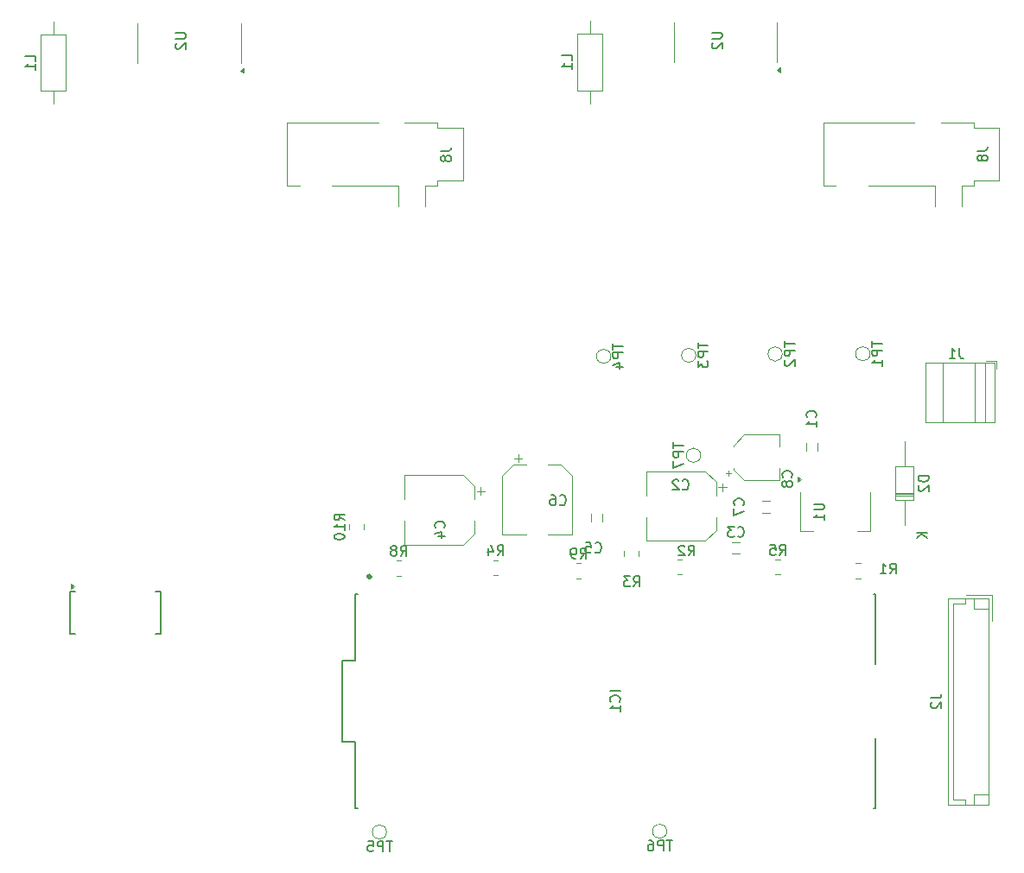
<source format=gbr>
%TF.GenerationSoftware,KiCad,Pcbnew,8.0.4*%
%TF.CreationDate,2025-05-03T00:51:18+05:30*%
%TF.ProjectId,TEST PNAL,54455354-2050-44e4-914c-2e6b69636164,rev?*%
%TF.SameCoordinates,Original*%
%TF.FileFunction,Legend,Bot*%
%TF.FilePolarity,Positive*%
%FSLAX46Y46*%
G04 Gerber Fmt 4.6, Leading zero omitted, Abs format (unit mm)*
G04 Created by KiCad (PCBNEW 8.0.4) date 2025-05-03 00:51:18*
%MOMM*%
%LPD*%
G01*
G04 APERTURE LIST*
%ADD10C,0.150000*%
%ADD11C,0.120000*%
%ADD12C,0.127000*%
%ADD13C,0.300000*%
G04 APERTURE END LIST*
D10*
X141658169Y-79790016D02*
X142372454Y-79790016D01*
X142372454Y-79790016D02*
X142515311Y-79742397D01*
X142515311Y-79742397D02*
X142610550Y-79647159D01*
X142610550Y-79647159D02*
X142658169Y-79504302D01*
X142658169Y-79504302D02*
X142658169Y-79409064D01*
X142086740Y-80409064D02*
X142039121Y-80313826D01*
X142039121Y-80313826D02*
X141991502Y-80266207D01*
X141991502Y-80266207D02*
X141896264Y-80218588D01*
X141896264Y-80218588D02*
X141848645Y-80218588D01*
X141848645Y-80218588D02*
X141753407Y-80266207D01*
X141753407Y-80266207D02*
X141705788Y-80313826D01*
X141705788Y-80313826D02*
X141658169Y-80409064D01*
X141658169Y-80409064D02*
X141658169Y-80599540D01*
X141658169Y-80599540D02*
X141705788Y-80694778D01*
X141705788Y-80694778D02*
X141753407Y-80742397D01*
X141753407Y-80742397D02*
X141848645Y-80790016D01*
X141848645Y-80790016D02*
X141896264Y-80790016D01*
X141896264Y-80790016D02*
X141991502Y-80742397D01*
X141991502Y-80742397D02*
X142039121Y-80694778D01*
X142039121Y-80694778D02*
X142086740Y-80599540D01*
X142086740Y-80599540D02*
X142086740Y-80409064D01*
X142086740Y-80409064D02*
X142134359Y-80313826D01*
X142134359Y-80313826D02*
X142181978Y-80266207D01*
X142181978Y-80266207D02*
X142277216Y-80218588D01*
X142277216Y-80218588D02*
X142467692Y-80218588D01*
X142467692Y-80218588D02*
X142562930Y-80266207D01*
X142562930Y-80266207D02*
X142610550Y-80313826D01*
X142610550Y-80313826D02*
X142658169Y-80409064D01*
X142658169Y-80409064D02*
X142658169Y-80599540D01*
X142658169Y-80599540D02*
X142610550Y-80694778D01*
X142610550Y-80694778D02*
X142562930Y-80742397D01*
X142562930Y-80742397D02*
X142467692Y-80790016D01*
X142467692Y-80790016D02*
X142277216Y-80790016D01*
X142277216Y-80790016D02*
X142181978Y-80742397D01*
X142181978Y-80742397D02*
X142134359Y-80694778D01*
X142134359Y-80694778D02*
X142086740Y-80599540D01*
X115639819Y-68208095D02*
X116449342Y-68208095D01*
X116449342Y-68208095D02*
X116544580Y-68255714D01*
X116544580Y-68255714D02*
X116592200Y-68303333D01*
X116592200Y-68303333D02*
X116639819Y-68398571D01*
X116639819Y-68398571D02*
X116639819Y-68589047D01*
X116639819Y-68589047D02*
X116592200Y-68684285D01*
X116592200Y-68684285D02*
X116544580Y-68731904D01*
X116544580Y-68731904D02*
X116449342Y-68779523D01*
X116449342Y-68779523D02*
X115639819Y-68779523D01*
X115735057Y-69208095D02*
X115687438Y-69255714D01*
X115687438Y-69255714D02*
X115639819Y-69350952D01*
X115639819Y-69350952D02*
X115639819Y-69589047D01*
X115639819Y-69589047D02*
X115687438Y-69684285D01*
X115687438Y-69684285D02*
X115735057Y-69731904D01*
X115735057Y-69731904D02*
X115830295Y-69779523D01*
X115830295Y-69779523D02*
X115925533Y-69779523D01*
X115925533Y-69779523D02*
X116068390Y-69731904D01*
X116068390Y-69731904D02*
X116639819Y-69160476D01*
X116639819Y-69160476D02*
X116639819Y-69779523D01*
X101919819Y-70943333D02*
X101919819Y-70467143D01*
X101919819Y-70467143D02*
X100919819Y-70467143D01*
X101919819Y-71800476D02*
X101919819Y-71229048D01*
X101919819Y-71514762D02*
X100919819Y-71514762D01*
X100919819Y-71514762D02*
X101062676Y-71419524D01*
X101062676Y-71419524D02*
X101157914Y-71324286D01*
X101157914Y-71324286D02*
X101205533Y-71229048D01*
X111786904Y-147412819D02*
X111215476Y-147412819D01*
X111501190Y-148412819D02*
X111501190Y-147412819D01*
X110882142Y-148412819D02*
X110882142Y-147412819D01*
X110882142Y-147412819D02*
X110501190Y-147412819D01*
X110501190Y-147412819D02*
X110405952Y-147460438D01*
X110405952Y-147460438D02*
X110358333Y-147508057D01*
X110358333Y-147508057D02*
X110310714Y-147603295D01*
X110310714Y-147603295D02*
X110310714Y-147746152D01*
X110310714Y-147746152D02*
X110358333Y-147841390D01*
X110358333Y-147841390D02*
X110405952Y-147889009D01*
X110405952Y-147889009D02*
X110501190Y-147936628D01*
X110501190Y-147936628D02*
X110882142Y-147936628D01*
X109453571Y-147412819D02*
X109644047Y-147412819D01*
X109644047Y-147412819D02*
X109739285Y-147460438D01*
X109739285Y-147460438D02*
X109786904Y-147508057D01*
X109786904Y-147508057D02*
X109882142Y-147650914D01*
X109882142Y-147650914D02*
X109929761Y-147841390D01*
X109929761Y-147841390D02*
X109929761Y-148222342D01*
X109929761Y-148222342D02*
X109882142Y-148317580D01*
X109882142Y-148317580D02*
X109834523Y-148365200D01*
X109834523Y-148365200D02*
X109739285Y-148412819D01*
X109739285Y-148412819D02*
X109548809Y-148412819D01*
X109548809Y-148412819D02*
X109453571Y-148365200D01*
X109453571Y-148365200D02*
X109405952Y-148317580D01*
X109405952Y-148317580D02*
X109358333Y-148222342D01*
X109358333Y-148222342D02*
X109358333Y-147984247D01*
X109358333Y-147984247D02*
X109405952Y-147889009D01*
X109405952Y-147889009D02*
X109453571Y-147841390D01*
X109453571Y-147841390D02*
X109548809Y-147793771D01*
X109548809Y-147793771D02*
X109739285Y-147793771D01*
X109739285Y-147793771D02*
X109834523Y-147841390D01*
X109834523Y-147841390D02*
X109882142Y-147889009D01*
X109882142Y-147889009D02*
X109929761Y-147984247D01*
X100739066Y-114451180D02*
X100786685Y-114498800D01*
X100786685Y-114498800D02*
X100929542Y-114546419D01*
X100929542Y-114546419D02*
X101024780Y-114546419D01*
X101024780Y-114546419D02*
X101167637Y-114498800D01*
X101167637Y-114498800D02*
X101262875Y-114403561D01*
X101262875Y-114403561D02*
X101310494Y-114308323D01*
X101310494Y-114308323D02*
X101358113Y-114117847D01*
X101358113Y-114117847D02*
X101358113Y-113974990D01*
X101358113Y-113974990D02*
X101310494Y-113784514D01*
X101310494Y-113784514D02*
X101262875Y-113689276D01*
X101262875Y-113689276D02*
X101167637Y-113594038D01*
X101167637Y-113594038D02*
X101024780Y-113546419D01*
X101024780Y-113546419D02*
X100929542Y-113546419D01*
X100929542Y-113546419D02*
X100786685Y-113594038D01*
X100786685Y-113594038D02*
X100739066Y-113641657D01*
X99881923Y-113546419D02*
X100072399Y-113546419D01*
X100072399Y-113546419D02*
X100167637Y-113594038D01*
X100167637Y-113594038D02*
X100215256Y-113641657D01*
X100215256Y-113641657D02*
X100310494Y-113784514D01*
X100310494Y-113784514D02*
X100358113Y-113974990D01*
X100358113Y-113974990D02*
X100358113Y-114355942D01*
X100358113Y-114355942D02*
X100310494Y-114451180D01*
X100310494Y-114451180D02*
X100262875Y-114498800D01*
X100262875Y-114498800D02*
X100167637Y-114546419D01*
X100167637Y-114546419D02*
X99977161Y-114546419D01*
X99977161Y-114546419D02*
X99881923Y-114498800D01*
X99881923Y-114498800D02*
X99834304Y-114451180D01*
X99834304Y-114451180D02*
X99786685Y-114355942D01*
X99786685Y-114355942D02*
X99786685Y-114117847D01*
X99786685Y-114117847D02*
X99834304Y-114022609D01*
X99834304Y-114022609D02*
X99881923Y-113974990D01*
X99881923Y-113974990D02*
X99977161Y-113927371D01*
X99977161Y-113927371D02*
X100167637Y-113927371D01*
X100167637Y-113927371D02*
X100262875Y-113974990D01*
X100262875Y-113974990D02*
X100310494Y-114022609D01*
X100310494Y-114022609D02*
X100358113Y-114117847D01*
X118161666Y-117559580D02*
X118209285Y-117607200D01*
X118209285Y-117607200D02*
X118352142Y-117654819D01*
X118352142Y-117654819D02*
X118447380Y-117654819D01*
X118447380Y-117654819D02*
X118590237Y-117607200D01*
X118590237Y-117607200D02*
X118685475Y-117511961D01*
X118685475Y-117511961D02*
X118733094Y-117416723D01*
X118733094Y-117416723D02*
X118780713Y-117226247D01*
X118780713Y-117226247D02*
X118780713Y-117083390D01*
X118780713Y-117083390D02*
X118733094Y-116892914D01*
X118733094Y-116892914D02*
X118685475Y-116797676D01*
X118685475Y-116797676D02*
X118590237Y-116702438D01*
X118590237Y-116702438D02*
X118447380Y-116654819D01*
X118447380Y-116654819D02*
X118352142Y-116654819D01*
X118352142Y-116654819D02*
X118209285Y-116702438D01*
X118209285Y-116702438D02*
X118161666Y-116750057D01*
X117828332Y-116654819D02*
X117209285Y-116654819D01*
X117209285Y-116654819D02*
X117542618Y-117035771D01*
X117542618Y-117035771D02*
X117399761Y-117035771D01*
X117399761Y-117035771D02*
X117304523Y-117083390D01*
X117304523Y-117083390D02*
X117256904Y-117131009D01*
X117256904Y-117131009D02*
X117209285Y-117226247D01*
X117209285Y-117226247D02*
X117209285Y-117464342D01*
X117209285Y-117464342D02*
X117256904Y-117559580D01*
X117256904Y-117559580D02*
X117304523Y-117607200D01*
X117304523Y-117607200D02*
X117399761Y-117654819D01*
X117399761Y-117654819D02*
X117685475Y-117654819D01*
X117685475Y-117654819D02*
X117780713Y-117607200D01*
X117780713Y-117607200D02*
X117828332Y-117559580D01*
X125814580Y-105915833D02*
X125862200Y-105868214D01*
X125862200Y-105868214D02*
X125909819Y-105725357D01*
X125909819Y-105725357D02*
X125909819Y-105630119D01*
X125909819Y-105630119D02*
X125862200Y-105487262D01*
X125862200Y-105487262D02*
X125766961Y-105392024D01*
X125766961Y-105392024D02*
X125671723Y-105344405D01*
X125671723Y-105344405D02*
X125481247Y-105296786D01*
X125481247Y-105296786D02*
X125338390Y-105296786D01*
X125338390Y-105296786D02*
X125147914Y-105344405D01*
X125147914Y-105344405D02*
X125052676Y-105392024D01*
X125052676Y-105392024D02*
X124957438Y-105487262D01*
X124957438Y-105487262D02*
X124909819Y-105630119D01*
X124909819Y-105630119D02*
X124909819Y-105725357D01*
X124909819Y-105725357D02*
X124957438Y-105868214D01*
X124957438Y-105868214D02*
X125005057Y-105915833D01*
X125909819Y-106868214D02*
X125909819Y-106296786D01*
X125909819Y-106582500D02*
X124909819Y-106582500D01*
X124909819Y-106582500D02*
X125052676Y-106487262D01*
X125052676Y-106487262D02*
X125147914Y-106392024D01*
X125147914Y-106392024D02*
X125195533Y-106296786D01*
X122271666Y-119424819D02*
X122604999Y-118948628D01*
X122843094Y-119424819D02*
X122843094Y-118424819D01*
X122843094Y-118424819D02*
X122462142Y-118424819D01*
X122462142Y-118424819D02*
X122366904Y-118472438D01*
X122366904Y-118472438D02*
X122319285Y-118520057D01*
X122319285Y-118520057D02*
X122271666Y-118615295D01*
X122271666Y-118615295D02*
X122271666Y-118758152D01*
X122271666Y-118758152D02*
X122319285Y-118853390D01*
X122319285Y-118853390D02*
X122366904Y-118901009D01*
X122366904Y-118901009D02*
X122462142Y-118948628D01*
X122462142Y-118948628D02*
X122843094Y-118948628D01*
X121366904Y-118424819D02*
X121843094Y-118424819D01*
X121843094Y-118424819D02*
X121890713Y-118901009D01*
X121890713Y-118901009D02*
X121843094Y-118853390D01*
X121843094Y-118853390D02*
X121747856Y-118805771D01*
X121747856Y-118805771D02*
X121509761Y-118805771D01*
X121509761Y-118805771D02*
X121414523Y-118853390D01*
X121414523Y-118853390D02*
X121366904Y-118901009D01*
X121366904Y-118901009D02*
X121319285Y-118996247D01*
X121319285Y-118996247D02*
X121319285Y-119234342D01*
X121319285Y-119234342D02*
X121366904Y-119329580D01*
X121366904Y-119329580D02*
X121414523Y-119377200D01*
X121414523Y-119377200D02*
X121509761Y-119424819D01*
X121509761Y-119424819D02*
X121747856Y-119424819D01*
X121747856Y-119424819D02*
X121843094Y-119377200D01*
X121843094Y-119377200D02*
X121890713Y-119329580D01*
X122747819Y-98458095D02*
X122747819Y-99029523D01*
X123747819Y-98743809D02*
X122747819Y-98743809D01*
X123747819Y-99362857D02*
X122747819Y-99362857D01*
X122747819Y-99362857D02*
X122747819Y-99743809D01*
X122747819Y-99743809D02*
X122795438Y-99839047D01*
X122795438Y-99839047D02*
X122843057Y-99886666D01*
X122843057Y-99886666D02*
X122938295Y-99934285D01*
X122938295Y-99934285D02*
X123081152Y-99934285D01*
X123081152Y-99934285D02*
X123176390Y-99886666D01*
X123176390Y-99886666D02*
X123224009Y-99839047D01*
X123224009Y-99839047D02*
X123271628Y-99743809D01*
X123271628Y-99743809D02*
X123271628Y-99362857D01*
X122843057Y-100315238D02*
X122795438Y-100362857D01*
X122795438Y-100362857D02*
X122747819Y-100458095D01*
X122747819Y-100458095D02*
X122747819Y-100696190D01*
X122747819Y-100696190D02*
X122795438Y-100791428D01*
X122795438Y-100791428D02*
X122843057Y-100839047D01*
X122843057Y-100839047D02*
X122938295Y-100886666D01*
X122938295Y-100886666D02*
X123033533Y-100886666D01*
X123033533Y-100886666D02*
X123176390Y-100839047D01*
X123176390Y-100839047D02*
X123747819Y-100267619D01*
X123747819Y-100267619D02*
X123747819Y-100886666D01*
X118705880Y-114519333D02*
X118753500Y-114471714D01*
X118753500Y-114471714D02*
X118801119Y-114328857D01*
X118801119Y-114328857D02*
X118801119Y-114233619D01*
X118801119Y-114233619D02*
X118753500Y-114090762D01*
X118753500Y-114090762D02*
X118658261Y-113995524D01*
X118658261Y-113995524D02*
X118563023Y-113947905D01*
X118563023Y-113947905D02*
X118372547Y-113900286D01*
X118372547Y-113900286D02*
X118229690Y-113900286D01*
X118229690Y-113900286D02*
X118039214Y-113947905D01*
X118039214Y-113947905D02*
X117943976Y-113995524D01*
X117943976Y-113995524D02*
X117848738Y-114090762D01*
X117848738Y-114090762D02*
X117801119Y-114233619D01*
X117801119Y-114233619D02*
X117801119Y-114328857D01*
X117801119Y-114328857D02*
X117848738Y-114471714D01*
X117848738Y-114471714D02*
X117896357Y-114519333D01*
X117801119Y-114852667D02*
X117801119Y-115519333D01*
X117801119Y-115519333D02*
X118801119Y-115090762D01*
X131337819Y-98438095D02*
X131337819Y-99009523D01*
X132337819Y-98723809D02*
X131337819Y-98723809D01*
X132337819Y-99342857D02*
X131337819Y-99342857D01*
X131337819Y-99342857D02*
X131337819Y-99723809D01*
X131337819Y-99723809D02*
X131385438Y-99819047D01*
X131385438Y-99819047D02*
X131433057Y-99866666D01*
X131433057Y-99866666D02*
X131528295Y-99914285D01*
X131528295Y-99914285D02*
X131671152Y-99914285D01*
X131671152Y-99914285D02*
X131766390Y-99866666D01*
X131766390Y-99866666D02*
X131814009Y-99819047D01*
X131814009Y-99819047D02*
X131861628Y-99723809D01*
X131861628Y-99723809D02*
X131861628Y-99342857D01*
X132337819Y-100866666D02*
X132337819Y-100295238D01*
X132337819Y-100580952D02*
X131337819Y-100580952D01*
X131337819Y-100580952D02*
X131480676Y-100485714D01*
X131480676Y-100485714D02*
X131575914Y-100390476D01*
X131575914Y-100390476D02*
X131623533Y-100295238D01*
X114277819Y-98588095D02*
X114277819Y-99159523D01*
X115277819Y-98873809D02*
X114277819Y-98873809D01*
X115277819Y-99492857D02*
X114277819Y-99492857D01*
X114277819Y-99492857D02*
X114277819Y-99873809D01*
X114277819Y-99873809D02*
X114325438Y-99969047D01*
X114325438Y-99969047D02*
X114373057Y-100016666D01*
X114373057Y-100016666D02*
X114468295Y-100064285D01*
X114468295Y-100064285D02*
X114611152Y-100064285D01*
X114611152Y-100064285D02*
X114706390Y-100016666D01*
X114706390Y-100016666D02*
X114754009Y-99969047D01*
X114754009Y-99969047D02*
X114801628Y-99873809D01*
X114801628Y-99873809D02*
X114801628Y-99492857D01*
X114277819Y-100397619D02*
X114277819Y-101016666D01*
X114277819Y-101016666D02*
X114658771Y-100683333D01*
X114658771Y-100683333D02*
X114658771Y-100826190D01*
X114658771Y-100826190D02*
X114706390Y-100921428D01*
X114706390Y-100921428D02*
X114754009Y-100969047D01*
X114754009Y-100969047D02*
X114849247Y-101016666D01*
X114849247Y-101016666D02*
X115087342Y-101016666D01*
X115087342Y-101016666D02*
X115182580Y-100969047D01*
X115182580Y-100969047D02*
X115230200Y-100921428D01*
X115230200Y-100921428D02*
X115277819Y-100826190D01*
X115277819Y-100826190D02*
X115277819Y-100540476D01*
X115277819Y-100540476D02*
X115230200Y-100445238D01*
X115230200Y-100445238D02*
X115182580Y-100397619D01*
X139918333Y-99154819D02*
X139918333Y-99869104D01*
X139918333Y-99869104D02*
X139965952Y-100011961D01*
X139965952Y-100011961D02*
X140061190Y-100107200D01*
X140061190Y-100107200D02*
X140204047Y-100154819D01*
X140204047Y-100154819D02*
X140299285Y-100154819D01*
X138918333Y-100154819D02*
X139489761Y-100154819D01*
X139204047Y-100154819D02*
X139204047Y-99154819D01*
X139204047Y-99154819D02*
X139299285Y-99297676D01*
X139299285Y-99297676D02*
X139394523Y-99392914D01*
X139394523Y-99392914D02*
X139489761Y-99440533D01*
X106659819Y-132763810D02*
X105659819Y-132763810D01*
X106564580Y-133811428D02*
X106612200Y-133763809D01*
X106612200Y-133763809D02*
X106659819Y-133620952D01*
X106659819Y-133620952D02*
X106659819Y-133525714D01*
X106659819Y-133525714D02*
X106612200Y-133382857D01*
X106612200Y-133382857D02*
X106516961Y-133287619D01*
X106516961Y-133287619D02*
X106421723Y-133240000D01*
X106421723Y-133240000D02*
X106231247Y-133192381D01*
X106231247Y-133192381D02*
X106088390Y-133192381D01*
X106088390Y-133192381D02*
X105897914Y-133240000D01*
X105897914Y-133240000D02*
X105802676Y-133287619D01*
X105802676Y-133287619D02*
X105707438Y-133382857D01*
X105707438Y-133382857D02*
X105659819Y-133525714D01*
X105659819Y-133525714D02*
X105659819Y-133620952D01*
X105659819Y-133620952D02*
X105707438Y-133763809D01*
X105707438Y-133763809D02*
X105755057Y-133811428D01*
X106659819Y-134763809D02*
X106659819Y-134192381D01*
X106659819Y-134478095D02*
X105659819Y-134478095D01*
X105659819Y-134478095D02*
X105802676Y-134382857D01*
X105802676Y-134382857D02*
X105897914Y-134287619D01*
X105897914Y-134287619D02*
X105945533Y-134192381D01*
X113346866Y-119491419D02*
X113680199Y-119015228D01*
X113918294Y-119491419D02*
X113918294Y-118491419D01*
X113918294Y-118491419D02*
X113537342Y-118491419D01*
X113537342Y-118491419D02*
X113442104Y-118539038D01*
X113442104Y-118539038D02*
X113394485Y-118586657D01*
X113394485Y-118586657D02*
X113346866Y-118681895D01*
X113346866Y-118681895D02*
X113346866Y-118824752D01*
X113346866Y-118824752D02*
X113394485Y-118919990D01*
X113394485Y-118919990D02*
X113442104Y-118967609D01*
X113442104Y-118967609D02*
X113537342Y-119015228D01*
X113537342Y-119015228D02*
X113918294Y-119015228D01*
X112965913Y-118586657D02*
X112918294Y-118539038D01*
X112918294Y-118539038D02*
X112823056Y-118491419D01*
X112823056Y-118491419D02*
X112584961Y-118491419D01*
X112584961Y-118491419D02*
X112489723Y-118539038D01*
X112489723Y-118539038D02*
X112442104Y-118586657D01*
X112442104Y-118586657D02*
X112394485Y-118681895D01*
X112394485Y-118681895D02*
X112394485Y-118777133D01*
X112394485Y-118777133D02*
X112442104Y-118919990D01*
X112442104Y-118919990D02*
X113013532Y-119491419D01*
X113013532Y-119491419D02*
X112394485Y-119491419D01*
X125630419Y-114428895D02*
X126439942Y-114428895D01*
X126439942Y-114428895D02*
X126535180Y-114476514D01*
X126535180Y-114476514D02*
X126582800Y-114524133D01*
X126582800Y-114524133D02*
X126630419Y-114619371D01*
X126630419Y-114619371D02*
X126630419Y-114809847D01*
X126630419Y-114809847D02*
X126582800Y-114905085D01*
X126582800Y-114905085D02*
X126535180Y-114952704D01*
X126535180Y-114952704D02*
X126439942Y-115000323D01*
X126439942Y-115000323D02*
X125630419Y-115000323D01*
X126630419Y-116000323D02*
X126630419Y-115428895D01*
X126630419Y-115714609D02*
X125630419Y-115714609D01*
X125630419Y-115714609D02*
X125773276Y-115619371D01*
X125773276Y-115619371D02*
X125868514Y-115524133D01*
X125868514Y-115524133D02*
X125916133Y-115428895D01*
X79639819Y-116017142D02*
X79163628Y-115683809D01*
X79639819Y-115445714D02*
X78639819Y-115445714D01*
X78639819Y-115445714D02*
X78639819Y-115826666D01*
X78639819Y-115826666D02*
X78687438Y-115921904D01*
X78687438Y-115921904D02*
X78735057Y-115969523D01*
X78735057Y-115969523D02*
X78830295Y-116017142D01*
X78830295Y-116017142D02*
X78973152Y-116017142D01*
X78973152Y-116017142D02*
X79068390Y-115969523D01*
X79068390Y-115969523D02*
X79116009Y-115921904D01*
X79116009Y-115921904D02*
X79163628Y-115826666D01*
X79163628Y-115826666D02*
X79163628Y-115445714D01*
X79639819Y-116969523D02*
X79639819Y-116398095D01*
X79639819Y-116683809D02*
X78639819Y-116683809D01*
X78639819Y-116683809D02*
X78782676Y-116588571D01*
X78782676Y-116588571D02*
X78877914Y-116493333D01*
X78877914Y-116493333D02*
X78925533Y-116398095D01*
X78639819Y-117588571D02*
X78639819Y-117683809D01*
X78639819Y-117683809D02*
X78687438Y-117779047D01*
X78687438Y-117779047D02*
X78735057Y-117826666D01*
X78735057Y-117826666D02*
X78830295Y-117874285D01*
X78830295Y-117874285D02*
X79020771Y-117921904D01*
X79020771Y-117921904D02*
X79258866Y-117921904D01*
X79258866Y-117921904D02*
X79449342Y-117874285D01*
X79449342Y-117874285D02*
X79544580Y-117826666D01*
X79544580Y-117826666D02*
X79592200Y-117779047D01*
X79592200Y-117779047D02*
X79639819Y-117683809D01*
X79639819Y-117683809D02*
X79639819Y-117588571D01*
X79639819Y-117588571D02*
X79592200Y-117493333D01*
X79592200Y-117493333D02*
X79544580Y-117445714D01*
X79544580Y-117445714D02*
X79449342Y-117398095D01*
X79449342Y-117398095D02*
X79258866Y-117350476D01*
X79258866Y-117350476D02*
X79020771Y-117350476D01*
X79020771Y-117350476D02*
X78830295Y-117398095D01*
X78830295Y-117398095D02*
X78735057Y-117445714D01*
X78735057Y-117445714D02*
X78687438Y-117493333D01*
X78687438Y-117493333D02*
X78639819Y-117588571D01*
X137119819Y-133456666D02*
X137834104Y-133456666D01*
X137834104Y-133456666D02*
X137976961Y-133409047D01*
X137976961Y-133409047D02*
X138072200Y-133313809D01*
X138072200Y-133313809D02*
X138119819Y-133170952D01*
X138119819Y-133170952D02*
X138119819Y-133075714D01*
X137215057Y-133885238D02*
X137167438Y-133932857D01*
X137167438Y-133932857D02*
X137119819Y-134028095D01*
X137119819Y-134028095D02*
X137119819Y-134266190D01*
X137119819Y-134266190D02*
X137167438Y-134361428D01*
X137167438Y-134361428D02*
X137215057Y-134409047D01*
X137215057Y-134409047D02*
X137310295Y-134456666D01*
X137310295Y-134456666D02*
X137405533Y-134456666D01*
X137405533Y-134456666D02*
X137548390Y-134409047D01*
X137548390Y-134409047D02*
X138119819Y-133837619D01*
X138119819Y-133837619D02*
X138119819Y-134456666D01*
X112751466Y-112937380D02*
X112799085Y-112985000D01*
X112799085Y-112985000D02*
X112941942Y-113032619D01*
X112941942Y-113032619D02*
X113037180Y-113032619D01*
X113037180Y-113032619D02*
X113180037Y-112985000D01*
X113180037Y-112985000D02*
X113275275Y-112889761D01*
X113275275Y-112889761D02*
X113322894Y-112794523D01*
X113322894Y-112794523D02*
X113370513Y-112604047D01*
X113370513Y-112604047D02*
X113370513Y-112461190D01*
X113370513Y-112461190D02*
X113322894Y-112270714D01*
X113322894Y-112270714D02*
X113275275Y-112175476D01*
X113275275Y-112175476D02*
X113180037Y-112080238D01*
X113180037Y-112080238D02*
X113037180Y-112032619D01*
X113037180Y-112032619D02*
X112941942Y-112032619D01*
X112941942Y-112032619D02*
X112799085Y-112080238D01*
X112799085Y-112080238D02*
X112751466Y-112127857D01*
X112370513Y-112127857D02*
X112322894Y-112080238D01*
X112322894Y-112080238D02*
X112227656Y-112032619D01*
X112227656Y-112032619D02*
X111989561Y-112032619D01*
X111989561Y-112032619D02*
X111894323Y-112080238D01*
X111894323Y-112080238D02*
X111846704Y-112127857D01*
X111846704Y-112127857D02*
X111799085Y-112223095D01*
X111799085Y-112223095D02*
X111799085Y-112318333D01*
X111799085Y-112318333D02*
X111846704Y-112461190D01*
X111846704Y-112461190D02*
X112418132Y-113032619D01*
X112418132Y-113032619D02*
X111799085Y-113032619D01*
X85141666Y-119514819D02*
X85474999Y-119038628D01*
X85713094Y-119514819D02*
X85713094Y-118514819D01*
X85713094Y-118514819D02*
X85332142Y-118514819D01*
X85332142Y-118514819D02*
X85236904Y-118562438D01*
X85236904Y-118562438D02*
X85189285Y-118610057D01*
X85189285Y-118610057D02*
X85141666Y-118705295D01*
X85141666Y-118705295D02*
X85141666Y-118848152D01*
X85141666Y-118848152D02*
X85189285Y-118943390D01*
X85189285Y-118943390D02*
X85236904Y-118991009D01*
X85236904Y-118991009D02*
X85332142Y-119038628D01*
X85332142Y-119038628D02*
X85713094Y-119038628D01*
X84570237Y-118943390D02*
X84665475Y-118895771D01*
X84665475Y-118895771D02*
X84713094Y-118848152D01*
X84713094Y-118848152D02*
X84760713Y-118752914D01*
X84760713Y-118752914D02*
X84760713Y-118705295D01*
X84760713Y-118705295D02*
X84713094Y-118610057D01*
X84713094Y-118610057D02*
X84665475Y-118562438D01*
X84665475Y-118562438D02*
X84570237Y-118514819D01*
X84570237Y-118514819D02*
X84379761Y-118514819D01*
X84379761Y-118514819D02*
X84284523Y-118562438D01*
X84284523Y-118562438D02*
X84236904Y-118610057D01*
X84236904Y-118610057D02*
X84189285Y-118705295D01*
X84189285Y-118705295D02*
X84189285Y-118752914D01*
X84189285Y-118752914D02*
X84236904Y-118848152D01*
X84236904Y-118848152D02*
X84284523Y-118895771D01*
X84284523Y-118895771D02*
X84379761Y-118943390D01*
X84379761Y-118943390D02*
X84570237Y-118943390D01*
X84570237Y-118943390D02*
X84665475Y-118991009D01*
X84665475Y-118991009D02*
X84713094Y-119038628D01*
X84713094Y-119038628D02*
X84760713Y-119133866D01*
X84760713Y-119133866D02*
X84760713Y-119324342D01*
X84760713Y-119324342D02*
X84713094Y-119419580D01*
X84713094Y-119419580D02*
X84665475Y-119467200D01*
X84665475Y-119467200D02*
X84570237Y-119514819D01*
X84570237Y-119514819D02*
X84379761Y-119514819D01*
X84379761Y-119514819D02*
X84284523Y-119467200D01*
X84284523Y-119467200D02*
X84236904Y-119419580D01*
X84236904Y-119419580D02*
X84189285Y-119324342D01*
X84189285Y-119324342D02*
X84189285Y-119133866D01*
X84189285Y-119133866D02*
X84236904Y-119038628D01*
X84236904Y-119038628D02*
X84284523Y-118991009D01*
X84284523Y-118991009D02*
X84379761Y-118943390D01*
X123434580Y-111801533D02*
X123482200Y-111753914D01*
X123482200Y-111753914D02*
X123529819Y-111611057D01*
X123529819Y-111611057D02*
X123529819Y-111515819D01*
X123529819Y-111515819D02*
X123482200Y-111372962D01*
X123482200Y-111372962D02*
X123386961Y-111277724D01*
X123386961Y-111277724D02*
X123291723Y-111230105D01*
X123291723Y-111230105D02*
X123101247Y-111182486D01*
X123101247Y-111182486D02*
X122958390Y-111182486D01*
X122958390Y-111182486D02*
X122767914Y-111230105D01*
X122767914Y-111230105D02*
X122672676Y-111277724D01*
X122672676Y-111277724D02*
X122577438Y-111372962D01*
X122577438Y-111372962D02*
X122529819Y-111515819D01*
X122529819Y-111515819D02*
X122529819Y-111611057D01*
X122529819Y-111611057D02*
X122577438Y-111753914D01*
X122577438Y-111753914D02*
X122625057Y-111801533D01*
X122958390Y-112372962D02*
X122910771Y-112277724D01*
X122910771Y-112277724D02*
X122863152Y-112230105D01*
X122863152Y-112230105D02*
X122767914Y-112182486D01*
X122767914Y-112182486D02*
X122720295Y-112182486D01*
X122720295Y-112182486D02*
X122625057Y-112230105D01*
X122625057Y-112230105D02*
X122577438Y-112277724D01*
X122577438Y-112277724D02*
X122529819Y-112372962D01*
X122529819Y-112372962D02*
X122529819Y-112563438D01*
X122529819Y-112563438D02*
X122577438Y-112658676D01*
X122577438Y-112658676D02*
X122625057Y-112706295D01*
X122625057Y-112706295D02*
X122720295Y-112753914D01*
X122720295Y-112753914D02*
X122767914Y-112753914D01*
X122767914Y-112753914D02*
X122863152Y-112706295D01*
X122863152Y-112706295D02*
X122910771Y-112658676D01*
X122910771Y-112658676D02*
X122958390Y-112563438D01*
X122958390Y-112563438D02*
X122958390Y-112372962D01*
X122958390Y-112372962D02*
X123006009Y-112277724D01*
X123006009Y-112277724D02*
X123053628Y-112230105D01*
X123053628Y-112230105D02*
X123148866Y-112182486D01*
X123148866Y-112182486D02*
X123339342Y-112182486D01*
X123339342Y-112182486D02*
X123434580Y-112230105D01*
X123434580Y-112230105D02*
X123482200Y-112277724D01*
X123482200Y-112277724D02*
X123529819Y-112372962D01*
X123529819Y-112372962D02*
X123529819Y-112563438D01*
X123529819Y-112563438D02*
X123482200Y-112658676D01*
X123482200Y-112658676D02*
X123434580Y-112706295D01*
X123434580Y-112706295D02*
X123339342Y-112753914D01*
X123339342Y-112753914D02*
X123148866Y-112753914D01*
X123148866Y-112753914D02*
X123053628Y-112706295D01*
X123053628Y-112706295D02*
X123006009Y-112658676D01*
X123006009Y-112658676D02*
X122958390Y-112563438D01*
X89398580Y-116754533D02*
X89446200Y-116706914D01*
X89446200Y-116706914D02*
X89493819Y-116564057D01*
X89493819Y-116564057D02*
X89493819Y-116468819D01*
X89493819Y-116468819D02*
X89446200Y-116325962D01*
X89446200Y-116325962D02*
X89350961Y-116230724D01*
X89350961Y-116230724D02*
X89255723Y-116183105D01*
X89255723Y-116183105D02*
X89065247Y-116135486D01*
X89065247Y-116135486D02*
X88922390Y-116135486D01*
X88922390Y-116135486D02*
X88731914Y-116183105D01*
X88731914Y-116183105D02*
X88636676Y-116230724D01*
X88636676Y-116230724D02*
X88541438Y-116325962D01*
X88541438Y-116325962D02*
X88493819Y-116468819D01*
X88493819Y-116468819D02*
X88493819Y-116564057D01*
X88493819Y-116564057D02*
X88541438Y-116706914D01*
X88541438Y-116706914D02*
X88589057Y-116754533D01*
X88827152Y-117611676D02*
X89493819Y-117611676D01*
X88446200Y-117373581D02*
X89160485Y-117135486D01*
X89160485Y-117135486D02*
X89160485Y-117754533D01*
X104191666Y-119109580D02*
X104239285Y-119157200D01*
X104239285Y-119157200D02*
X104382142Y-119204819D01*
X104382142Y-119204819D02*
X104477380Y-119204819D01*
X104477380Y-119204819D02*
X104620237Y-119157200D01*
X104620237Y-119157200D02*
X104715475Y-119061961D01*
X104715475Y-119061961D02*
X104763094Y-118966723D01*
X104763094Y-118966723D02*
X104810713Y-118776247D01*
X104810713Y-118776247D02*
X104810713Y-118633390D01*
X104810713Y-118633390D02*
X104763094Y-118442914D01*
X104763094Y-118442914D02*
X104715475Y-118347676D01*
X104715475Y-118347676D02*
X104620237Y-118252438D01*
X104620237Y-118252438D02*
X104477380Y-118204819D01*
X104477380Y-118204819D02*
X104382142Y-118204819D01*
X104382142Y-118204819D02*
X104239285Y-118252438D01*
X104239285Y-118252438D02*
X104191666Y-118300057D01*
X103286904Y-118204819D02*
X103763094Y-118204819D01*
X103763094Y-118204819D02*
X103810713Y-118681009D01*
X103810713Y-118681009D02*
X103763094Y-118633390D01*
X103763094Y-118633390D02*
X103667856Y-118585771D01*
X103667856Y-118585771D02*
X103429761Y-118585771D01*
X103429761Y-118585771D02*
X103334523Y-118633390D01*
X103334523Y-118633390D02*
X103286904Y-118681009D01*
X103286904Y-118681009D02*
X103239285Y-118776247D01*
X103239285Y-118776247D02*
X103239285Y-119014342D01*
X103239285Y-119014342D02*
X103286904Y-119109580D01*
X103286904Y-119109580D02*
X103334523Y-119157200D01*
X103334523Y-119157200D02*
X103429761Y-119204819D01*
X103429761Y-119204819D02*
X103667856Y-119204819D01*
X103667856Y-119204819D02*
X103763094Y-119157200D01*
X103763094Y-119157200D02*
X103810713Y-119109580D01*
X136879819Y-111661905D02*
X135879819Y-111661905D01*
X135879819Y-111661905D02*
X135879819Y-111900000D01*
X135879819Y-111900000D02*
X135927438Y-112042857D01*
X135927438Y-112042857D02*
X136022676Y-112138095D01*
X136022676Y-112138095D02*
X136117914Y-112185714D01*
X136117914Y-112185714D02*
X136308390Y-112233333D01*
X136308390Y-112233333D02*
X136451247Y-112233333D01*
X136451247Y-112233333D02*
X136641723Y-112185714D01*
X136641723Y-112185714D02*
X136736961Y-112138095D01*
X136736961Y-112138095D02*
X136832200Y-112042857D01*
X136832200Y-112042857D02*
X136879819Y-111900000D01*
X136879819Y-111900000D02*
X136879819Y-111661905D01*
X135975057Y-112614286D02*
X135927438Y-112661905D01*
X135927438Y-112661905D02*
X135879819Y-112757143D01*
X135879819Y-112757143D02*
X135879819Y-112995238D01*
X135879819Y-112995238D02*
X135927438Y-113090476D01*
X135927438Y-113090476D02*
X135975057Y-113138095D01*
X135975057Y-113138095D02*
X136070295Y-113185714D01*
X136070295Y-113185714D02*
X136165533Y-113185714D01*
X136165533Y-113185714D02*
X136308390Y-113138095D01*
X136308390Y-113138095D02*
X136879819Y-112566667D01*
X136879819Y-112566667D02*
X136879819Y-113185714D01*
X136709819Y-117218095D02*
X135709819Y-117218095D01*
X136709819Y-117789523D02*
X136138390Y-117360952D01*
X135709819Y-117789523D02*
X136281247Y-117218095D01*
X84336904Y-147492819D02*
X83765476Y-147492819D01*
X84051190Y-148492819D02*
X84051190Y-147492819D01*
X83432142Y-148492819D02*
X83432142Y-147492819D01*
X83432142Y-147492819D02*
X83051190Y-147492819D01*
X83051190Y-147492819D02*
X82955952Y-147540438D01*
X82955952Y-147540438D02*
X82908333Y-147588057D01*
X82908333Y-147588057D02*
X82860714Y-147683295D01*
X82860714Y-147683295D02*
X82860714Y-147826152D01*
X82860714Y-147826152D02*
X82908333Y-147921390D01*
X82908333Y-147921390D02*
X82955952Y-147969009D01*
X82955952Y-147969009D02*
X83051190Y-148016628D01*
X83051190Y-148016628D02*
X83432142Y-148016628D01*
X81955952Y-147492819D02*
X82432142Y-147492819D01*
X82432142Y-147492819D02*
X82479761Y-147969009D01*
X82479761Y-147969009D02*
X82432142Y-147921390D01*
X82432142Y-147921390D02*
X82336904Y-147873771D01*
X82336904Y-147873771D02*
X82098809Y-147873771D01*
X82098809Y-147873771D02*
X82003571Y-147921390D01*
X82003571Y-147921390D02*
X81955952Y-147969009D01*
X81955952Y-147969009D02*
X81908333Y-148064247D01*
X81908333Y-148064247D02*
X81908333Y-148302342D01*
X81908333Y-148302342D02*
X81955952Y-148397580D01*
X81955952Y-148397580D02*
X82003571Y-148445200D01*
X82003571Y-148445200D02*
X82098809Y-148492819D01*
X82098809Y-148492819D02*
X82336904Y-148492819D01*
X82336904Y-148492819D02*
X82432142Y-148445200D01*
X82432142Y-148445200D02*
X82479761Y-148397580D01*
X105947819Y-98688095D02*
X105947819Y-99259523D01*
X106947819Y-98973809D02*
X105947819Y-98973809D01*
X106947819Y-99592857D02*
X105947819Y-99592857D01*
X105947819Y-99592857D02*
X105947819Y-99973809D01*
X105947819Y-99973809D02*
X105995438Y-100069047D01*
X105995438Y-100069047D02*
X106043057Y-100116666D01*
X106043057Y-100116666D02*
X106138295Y-100164285D01*
X106138295Y-100164285D02*
X106281152Y-100164285D01*
X106281152Y-100164285D02*
X106376390Y-100116666D01*
X106376390Y-100116666D02*
X106424009Y-100069047D01*
X106424009Y-100069047D02*
X106471628Y-99973809D01*
X106471628Y-99973809D02*
X106471628Y-99592857D01*
X106281152Y-101021428D02*
X106947819Y-101021428D01*
X105900200Y-100783333D02*
X106614485Y-100545238D01*
X106614485Y-100545238D02*
X106614485Y-101164285D01*
X111851819Y-108388095D02*
X111851819Y-108959523D01*
X112851819Y-108673809D02*
X111851819Y-108673809D01*
X112851819Y-109292857D02*
X111851819Y-109292857D01*
X111851819Y-109292857D02*
X111851819Y-109673809D01*
X111851819Y-109673809D02*
X111899438Y-109769047D01*
X111899438Y-109769047D02*
X111947057Y-109816666D01*
X111947057Y-109816666D02*
X112042295Y-109864285D01*
X112042295Y-109864285D02*
X112185152Y-109864285D01*
X112185152Y-109864285D02*
X112280390Y-109816666D01*
X112280390Y-109816666D02*
X112328009Y-109769047D01*
X112328009Y-109769047D02*
X112375628Y-109673809D01*
X112375628Y-109673809D02*
X112375628Y-109292857D01*
X111851819Y-110197619D02*
X111851819Y-110864285D01*
X111851819Y-110864285D02*
X112851819Y-110435714D01*
X107958466Y-122519419D02*
X108291799Y-122043228D01*
X108529894Y-122519419D02*
X108529894Y-121519419D01*
X108529894Y-121519419D02*
X108148942Y-121519419D01*
X108148942Y-121519419D02*
X108053704Y-121567038D01*
X108053704Y-121567038D02*
X108006085Y-121614657D01*
X108006085Y-121614657D02*
X107958466Y-121709895D01*
X107958466Y-121709895D02*
X107958466Y-121852752D01*
X107958466Y-121852752D02*
X108006085Y-121947990D01*
X108006085Y-121947990D02*
X108053704Y-121995609D01*
X108053704Y-121995609D02*
X108148942Y-122043228D01*
X108148942Y-122043228D02*
X108529894Y-122043228D01*
X107625132Y-121519419D02*
X107006085Y-121519419D01*
X107006085Y-121519419D02*
X107339418Y-121900371D01*
X107339418Y-121900371D02*
X107196561Y-121900371D01*
X107196561Y-121900371D02*
X107101323Y-121947990D01*
X107101323Y-121947990D02*
X107053704Y-121995609D01*
X107053704Y-121995609D02*
X107006085Y-122090847D01*
X107006085Y-122090847D02*
X107006085Y-122328942D01*
X107006085Y-122328942D02*
X107053704Y-122424180D01*
X107053704Y-122424180D02*
X107101323Y-122471800D01*
X107101323Y-122471800D02*
X107196561Y-122519419D01*
X107196561Y-122519419D02*
X107482275Y-122519419D01*
X107482275Y-122519419D02*
X107577513Y-122471800D01*
X107577513Y-122471800D02*
X107625132Y-122424180D01*
X102761666Y-119764819D02*
X103094999Y-119288628D01*
X103333094Y-119764819D02*
X103333094Y-118764819D01*
X103333094Y-118764819D02*
X102952142Y-118764819D01*
X102952142Y-118764819D02*
X102856904Y-118812438D01*
X102856904Y-118812438D02*
X102809285Y-118860057D01*
X102809285Y-118860057D02*
X102761666Y-118955295D01*
X102761666Y-118955295D02*
X102761666Y-119098152D01*
X102761666Y-119098152D02*
X102809285Y-119193390D01*
X102809285Y-119193390D02*
X102856904Y-119241009D01*
X102856904Y-119241009D02*
X102952142Y-119288628D01*
X102952142Y-119288628D02*
X103333094Y-119288628D01*
X102285475Y-119764819D02*
X102094999Y-119764819D01*
X102094999Y-119764819D02*
X101999761Y-119717200D01*
X101999761Y-119717200D02*
X101952142Y-119669580D01*
X101952142Y-119669580D02*
X101856904Y-119526723D01*
X101856904Y-119526723D02*
X101809285Y-119336247D01*
X101809285Y-119336247D02*
X101809285Y-118955295D01*
X101809285Y-118955295D02*
X101856904Y-118860057D01*
X101856904Y-118860057D02*
X101904523Y-118812438D01*
X101904523Y-118812438D02*
X101999761Y-118764819D01*
X101999761Y-118764819D02*
X102190237Y-118764819D01*
X102190237Y-118764819D02*
X102285475Y-118812438D01*
X102285475Y-118812438D02*
X102333094Y-118860057D01*
X102333094Y-118860057D02*
X102380713Y-118955295D01*
X102380713Y-118955295D02*
X102380713Y-119193390D01*
X102380713Y-119193390D02*
X102333094Y-119288628D01*
X102333094Y-119288628D02*
X102285475Y-119336247D01*
X102285475Y-119336247D02*
X102190237Y-119383866D01*
X102190237Y-119383866D02*
X101999761Y-119383866D01*
X101999761Y-119383866D02*
X101904523Y-119336247D01*
X101904523Y-119336247D02*
X101856904Y-119288628D01*
X101856904Y-119288628D02*
X101809285Y-119193390D01*
X133091666Y-121264819D02*
X133424999Y-120788628D01*
X133663094Y-121264819D02*
X133663094Y-120264819D01*
X133663094Y-120264819D02*
X133282142Y-120264819D01*
X133282142Y-120264819D02*
X133186904Y-120312438D01*
X133186904Y-120312438D02*
X133139285Y-120360057D01*
X133139285Y-120360057D02*
X133091666Y-120455295D01*
X133091666Y-120455295D02*
X133091666Y-120598152D01*
X133091666Y-120598152D02*
X133139285Y-120693390D01*
X133139285Y-120693390D02*
X133186904Y-120741009D01*
X133186904Y-120741009D02*
X133282142Y-120788628D01*
X133282142Y-120788628D02*
X133663094Y-120788628D01*
X132139285Y-121264819D02*
X132710713Y-121264819D01*
X132424999Y-121264819D02*
X132424999Y-120264819D01*
X132424999Y-120264819D02*
X132520237Y-120407676D01*
X132520237Y-120407676D02*
X132615475Y-120502914D01*
X132615475Y-120502914D02*
X132710713Y-120550533D01*
X94631666Y-119464819D02*
X94964999Y-118988628D01*
X95203094Y-119464819D02*
X95203094Y-118464819D01*
X95203094Y-118464819D02*
X94822142Y-118464819D01*
X94822142Y-118464819D02*
X94726904Y-118512438D01*
X94726904Y-118512438D02*
X94679285Y-118560057D01*
X94679285Y-118560057D02*
X94631666Y-118655295D01*
X94631666Y-118655295D02*
X94631666Y-118798152D01*
X94631666Y-118798152D02*
X94679285Y-118893390D01*
X94679285Y-118893390D02*
X94726904Y-118941009D01*
X94726904Y-118941009D02*
X94822142Y-118988628D01*
X94822142Y-118988628D02*
X95203094Y-118988628D01*
X93774523Y-118798152D02*
X93774523Y-119464819D01*
X94012618Y-118417200D02*
X94250713Y-119131485D01*
X94250713Y-119131485D02*
X93631666Y-119131485D01*
X89099819Y-79826666D02*
X89814104Y-79826666D01*
X89814104Y-79826666D02*
X89956961Y-79779047D01*
X89956961Y-79779047D02*
X90052200Y-79683809D01*
X90052200Y-79683809D02*
X90099819Y-79540952D01*
X90099819Y-79540952D02*
X90099819Y-79445714D01*
X89528390Y-80445714D02*
X89480771Y-80350476D01*
X89480771Y-80350476D02*
X89433152Y-80302857D01*
X89433152Y-80302857D02*
X89337914Y-80255238D01*
X89337914Y-80255238D02*
X89290295Y-80255238D01*
X89290295Y-80255238D02*
X89195057Y-80302857D01*
X89195057Y-80302857D02*
X89147438Y-80350476D01*
X89147438Y-80350476D02*
X89099819Y-80445714D01*
X89099819Y-80445714D02*
X89099819Y-80636190D01*
X89099819Y-80636190D02*
X89147438Y-80731428D01*
X89147438Y-80731428D02*
X89195057Y-80779047D01*
X89195057Y-80779047D02*
X89290295Y-80826666D01*
X89290295Y-80826666D02*
X89337914Y-80826666D01*
X89337914Y-80826666D02*
X89433152Y-80779047D01*
X89433152Y-80779047D02*
X89480771Y-80731428D01*
X89480771Y-80731428D02*
X89528390Y-80636190D01*
X89528390Y-80636190D02*
X89528390Y-80445714D01*
X89528390Y-80445714D02*
X89576009Y-80350476D01*
X89576009Y-80350476D02*
X89623628Y-80302857D01*
X89623628Y-80302857D02*
X89718866Y-80255238D01*
X89718866Y-80255238D02*
X89909342Y-80255238D01*
X89909342Y-80255238D02*
X90004580Y-80302857D01*
X90004580Y-80302857D02*
X90052200Y-80350476D01*
X90052200Y-80350476D02*
X90099819Y-80445714D01*
X90099819Y-80445714D02*
X90099819Y-80636190D01*
X90099819Y-80636190D02*
X90052200Y-80731428D01*
X90052200Y-80731428D02*
X90004580Y-80779047D01*
X90004580Y-80779047D02*
X89909342Y-80826666D01*
X89909342Y-80826666D02*
X89718866Y-80826666D01*
X89718866Y-80826666D02*
X89623628Y-80779047D01*
X89623628Y-80779047D02*
X89576009Y-80731428D01*
X89576009Y-80731428D02*
X89528390Y-80636190D01*
X63081469Y-68244745D02*
X63890992Y-68244745D01*
X63890992Y-68244745D02*
X63986230Y-68292364D01*
X63986230Y-68292364D02*
X64033850Y-68339983D01*
X64033850Y-68339983D02*
X64081469Y-68435221D01*
X64081469Y-68435221D02*
X64081469Y-68625697D01*
X64081469Y-68625697D02*
X64033850Y-68720935D01*
X64033850Y-68720935D02*
X63986230Y-68768554D01*
X63986230Y-68768554D02*
X63890992Y-68816173D01*
X63890992Y-68816173D02*
X63081469Y-68816173D01*
X63176707Y-69244745D02*
X63129088Y-69292364D01*
X63129088Y-69292364D02*
X63081469Y-69387602D01*
X63081469Y-69387602D02*
X63081469Y-69625697D01*
X63081469Y-69625697D02*
X63129088Y-69720935D01*
X63129088Y-69720935D02*
X63176707Y-69768554D01*
X63176707Y-69768554D02*
X63271945Y-69816173D01*
X63271945Y-69816173D02*
X63367183Y-69816173D01*
X63367183Y-69816173D02*
X63510040Y-69768554D01*
X63510040Y-69768554D02*
X64081469Y-69197126D01*
X64081469Y-69197126D02*
X64081469Y-69816173D01*
X49361469Y-70979983D02*
X49361469Y-70503793D01*
X49361469Y-70503793D02*
X48361469Y-70503793D01*
X49361469Y-71837126D02*
X49361469Y-71265698D01*
X49361469Y-71551412D02*
X48361469Y-71551412D01*
X48361469Y-71551412D02*
X48504326Y-71456174D01*
X48504326Y-71456174D02*
X48599564Y-71360936D01*
X48599564Y-71360936D02*
X48647183Y-71265698D01*
D11*
%TO.C,J8*%
X126600000Y-77005000D02*
X135500000Y-77005000D01*
X126600000Y-83205000D02*
X126600000Y-77005000D01*
X127800000Y-83205000D02*
X126600000Y-83205000D01*
X137500000Y-83205000D02*
X131000000Y-83205000D01*
X137500000Y-85205000D02*
X137500000Y-83205000D01*
X138100000Y-77005000D02*
X141300000Y-77005000D01*
X140100000Y-85205000D02*
X140100000Y-83205000D01*
X141300000Y-77005000D02*
X141300000Y-77505000D01*
X141300000Y-77505000D02*
X143800000Y-77505000D01*
X141300000Y-82705000D02*
X141300000Y-83205000D01*
X141300000Y-83205000D02*
X140100000Y-83205000D01*
X143800000Y-77505000D02*
X143800000Y-82705000D01*
X143800000Y-82705000D02*
X141300000Y-82705000D01*
%TO.C,U2*%
X111925000Y-67230000D02*
X111925000Y-69180000D01*
X111925000Y-71130000D02*
X111925000Y-69180000D01*
X122045000Y-67230000D02*
X122045000Y-69180000D01*
X122045000Y-71130000D02*
X122045000Y-69180000D01*
X122320000Y-72120000D02*
X121990000Y-71880000D01*
X122320000Y-71640000D01*
X122320000Y-72120000D01*
G36*
X122320000Y-72120000D02*
G01*
X121990000Y-71880000D01*
X122320000Y-71640000D01*
X122320000Y-72120000D01*
G37*
%TO.C,L1*%
X102465000Y-68340000D02*
X102465000Y-73880000D01*
X102465000Y-73880000D02*
X104905000Y-73880000D01*
X103685000Y-68340000D02*
X103685000Y-67070000D01*
X103685000Y-73880000D02*
X103685000Y-75150000D01*
X104905000Y-68340000D02*
X102465000Y-68340000D01*
X104905000Y-73880000D02*
X104905000Y-68340000D01*
%TO.C,TP6*%
X111225000Y-146510000D02*
G75*
G02*
X109825000Y-146510000I-700000J0D01*
G01*
X109825000Y-146510000D02*
G75*
G02*
X111225000Y-146510000I700000J0D01*
G01*
%TO.C,C6*%
X101925000Y-117400000D02*
X101925000Y-111644437D01*
X101925000Y-111644437D02*
X100860563Y-110580000D01*
X99575000Y-117400000D02*
X101925000Y-117400000D01*
X99575000Y-110580000D02*
X100860563Y-110580000D01*
X97455000Y-117400000D02*
X95105000Y-117400000D01*
X97455000Y-110580000D02*
X96169437Y-110580000D01*
X97061250Y-109946250D02*
X96273750Y-109946250D01*
X96667500Y-110340000D02*
X96667500Y-109552500D01*
X95105000Y-117400000D02*
X95105000Y-111644437D01*
X95105000Y-111644437D02*
X96169437Y-110580000D01*
%TO.C,C3*%
X117595378Y-119310000D02*
X118394622Y-119310000D01*
X117595378Y-118190000D02*
X118394622Y-118190000D01*
%TO.C,C1*%
X126015000Y-108430378D02*
X126015000Y-109229622D01*
X124895000Y-108430378D02*
X124895000Y-109229622D01*
%TO.C,R5*%
X121877936Y-121355000D02*
X122332064Y-121355000D01*
X121877936Y-119885000D02*
X122332064Y-119885000D01*
%TO.C,TP2*%
X122545000Y-99720000D02*
G75*
G02*
X121145000Y-99720000I-700000J0D01*
G01*
X121145000Y-99720000D02*
G75*
G02*
X122545000Y-99720000I700000J0D01*
G01*
%TO.C,C7*%
X121366422Y-115271400D02*
X120567178Y-115271400D01*
X121366422Y-114151400D02*
X120567178Y-114151400D01*
%TO.C,TP1*%
X131135000Y-99700000D02*
G75*
G02*
X129735000Y-99700000I-700000J0D01*
G01*
X129735000Y-99700000D02*
G75*
G02*
X131135000Y-99700000I700000J0D01*
G01*
%TO.C,TP3*%
X114075000Y-99850000D02*
G75*
G02*
X112675000Y-99850000I-700000J0D01*
G01*
X112675000Y-99850000D02*
G75*
G02*
X114075000Y-99850000I700000J0D01*
G01*
%TO.C,J1*%
X143548200Y-101160000D02*
X143548200Y-100360000D01*
X143548200Y-100360000D02*
X142508200Y-100360000D01*
X143308200Y-106420000D02*
X143308200Y-100600000D01*
X143308200Y-106420000D02*
X136568200Y-106420000D01*
X143308200Y-100600000D02*
X136568200Y-100600000D01*
X142388200Y-106420000D02*
X142388200Y-100600000D01*
X141388200Y-106420000D02*
X141388200Y-100600000D01*
X138287200Y-106420000D02*
X138287200Y-100600000D01*
X136568200Y-106420000D02*
X136568200Y-100600000D01*
D12*
%TO.C,IC1*%
X131705000Y-137400000D02*
X131705000Y-144240000D01*
X131705000Y-123240000D02*
X131705000Y-130080000D01*
X131455000Y-144240000D02*
X131705000Y-144240000D01*
X131455000Y-123240000D02*
X131705000Y-123240000D01*
X80955000Y-144240000D02*
X80705000Y-144240000D01*
X80705000Y-144240000D02*
X80705000Y-137740000D01*
X80705000Y-137740000D02*
X79405000Y-137740000D01*
X80705000Y-129740000D02*
X80705000Y-123240000D01*
X80705000Y-123240000D02*
X80955000Y-123240000D01*
X79405000Y-137740000D02*
X79405000Y-129740000D01*
X79405000Y-129740000D02*
X80705000Y-129740000D01*
D13*
X82225000Y-121550000D02*
G75*
G02*
X81925000Y-121550000I-150000J0D01*
G01*
X81925000Y-121550000D02*
G75*
G02*
X82225000Y-121550000I150000J0D01*
G01*
D11*
%TO.C,R2*%
X112257936Y-121315000D02*
X112712064Y-121315000D01*
X112257936Y-119845000D02*
X112712064Y-119845000D01*
%TO.C,U1*%
X131135000Y-117050000D02*
X131135000Y-113290000D01*
X129875000Y-117050000D02*
X131135000Y-117050000D01*
X125575000Y-117050000D02*
X124315000Y-117050000D01*
X124315000Y-117050000D02*
X124315000Y-113290000D01*
X124415000Y-112010000D02*
X124085000Y-112250000D01*
X124085000Y-111770000D01*
X124415000Y-112010000D01*
G36*
X124415000Y-112010000D02*
G01*
X124085000Y-112250000D01*
X124085000Y-111770000D01*
X124415000Y-112010000D01*
G37*
%TO.C,R10*%
X81570000Y-116887064D02*
X81570000Y-116432936D01*
X80100000Y-116887064D02*
X80100000Y-116432936D01*
%TO.C,J2*%
X143075000Y-125880000D02*
X143075000Y-123380000D01*
X143075000Y-123380000D02*
X140575000Y-123380000D01*
X142775000Y-143900000D02*
X142775000Y-123680000D01*
X142775000Y-142900000D02*
X141275000Y-142900000D01*
X142775000Y-124680000D02*
X141275000Y-124680000D01*
X142775000Y-123680000D02*
X138755000Y-123680000D01*
X141275000Y-142900000D02*
X141275000Y-143900000D01*
X141275000Y-124680000D02*
X141275000Y-123680000D01*
X140465000Y-143900000D02*
X140465000Y-143400000D01*
X140465000Y-143400000D02*
X139255000Y-143400000D01*
X140465000Y-124180000D02*
X140465000Y-123680000D01*
X139255000Y-143400000D02*
X139255000Y-124180000D01*
X139255000Y-124180000D02*
X140465000Y-124180000D01*
X138755000Y-143900000D02*
X142775000Y-143900000D01*
X138755000Y-123680000D02*
X138755000Y-143900000D01*
%TO.C,C2*%
X116685350Y-113181450D02*
X116685350Y-112393950D01*
X116291600Y-112787700D02*
X117079100Y-112787700D01*
X116051600Y-115695200D02*
X116051600Y-116980763D01*
X116051600Y-113575200D02*
X116051600Y-112289637D01*
X114987163Y-118045200D02*
X116051600Y-116980763D01*
X114987163Y-111225200D02*
X116051600Y-112289637D01*
X109231600Y-118045200D02*
X114987163Y-118045200D01*
X109231600Y-115695200D02*
X109231600Y-118045200D01*
X109231600Y-113575200D02*
X109231600Y-111225200D01*
X109231600Y-111225200D02*
X114987163Y-111225200D01*
%TO.C,R8*%
X84747936Y-121445000D02*
X85202064Y-121445000D01*
X84747936Y-119975000D02*
X85202064Y-119975000D01*
%TO.C,C8*%
X122265000Y-112120000D02*
X118809437Y-112120000D01*
X122265000Y-110920000D02*
X122265000Y-112120000D01*
X122265000Y-108800000D02*
X122265000Y-107600000D01*
X122265000Y-107600000D02*
X118809437Y-107600000D01*
X118809437Y-112120000D02*
X117745000Y-111055563D01*
X118809437Y-107600000D02*
X117745000Y-108664437D01*
X117745000Y-110920000D02*
X117745000Y-111055563D01*
X117745000Y-108800000D02*
X117745000Y-108664437D01*
X117505000Y-111420000D02*
X117005000Y-111420000D01*
X117255000Y-111170000D02*
X117255000Y-111670000D01*
%TO.C,C4*%
X93012550Y-113537050D02*
X93012550Y-112749550D01*
X92618800Y-113143300D02*
X93406300Y-113143300D01*
X92378800Y-116050800D02*
X92378800Y-117336363D01*
X92378800Y-113930800D02*
X92378800Y-112645237D01*
X91314363Y-118400800D02*
X92378800Y-117336363D01*
X91314363Y-111580800D02*
X92378800Y-112645237D01*
X85558800Y-118400800D02*
X91314363Y-118400800D01*
X85558800Y-116050800D02*
X85558800Y-118400800D01*
X85558800Y-113930800D02*
X85558800Y-111580800D01*
X85558800Y-111580800D02*
X91314363Y-111580800D01*
%TO.C,C5*%
X104915200Y-116173522D02*
X104915200Y-115374278D01*
X103795200Y-116173522D02*
X103795200Y-115374278D01*
%TO.C,D2*%
X135425000Y-114040000D02*
X135425000Y-110760000D01*
X135425000Y-110760000D02*
X133585000Y-110760000D01*
X134505000Y-114040000D02*
X134505000Y-116490000D01*
X134505000Y-110760000D02*
X134505000Y-108310000D01*
X133585000Y-114040000D02*
X135425000Y-114040000D01*
X133585000Y-113584000D02*
X135425000Y-113584000D01*
X133585000Y-113464000D02*
X135425000Y-113464000D01*
X133585000Y-113344000D02*
X135425000Y-113344000D01*
X133585000Y-110760000D02*
X133585000Y-114040000D01*
%TO.C,TP5*%
X83775000Y-146590000D02*
G75*
G02*
X82375000Y-146590000I-700000J0D01*
G01*
X82375000Y-146590000D02*
G75*
G02*
X83775000Y-146590000I700000J0D01*
G01*
%TO.C,TP4*%
X105745000Y-99950000D02*
G75*
G02*
X104345000Y-99950000I-700000J0D01*
G01*
X104345000Y-99950000D02*
G75*
G02*
X105745000Y-99950000I700000J0D01*
G01*
%TO.C,TP7*%
X114545000Y-109650000D02*
G75*
G02*
X113145000Y-109650000I-700000J0D01*
G01*
X113145000Y-109650000D02*
G75*
G02*
X114545000Y-109650000I700000J0D01*
G01*
%TO.C,R3*%
X108470000Y-119507064D02*
X108470000Y-119052936D01*
X107000000Y-119507064D02*
X107000000Y-119052936D01*
%TO.C,R9*%
X102367936Y-121695000D02*
X102822064Y-121695000D01*
X102367936Y-120225000D02*
X102822064Y-120225000D01*
%TO.C,R1*%
X130202064Y-121695000D02*
X129747936Y-121695000D01*
X130202064Y-120225000D02*
X129747936Y-120225000D01*
%TO.C,R4*%
X94237936Y-121395000D02*
X94692064Y-121395000D01*
X94237936Y-119925000D02*
X94692064Y-119925000D01*
%TO.C,J8*%
X84941650Y-85241650D02*
X84941650Y-83241650D01*
X87541650Y-85241650D02*
X87541650Y-83241650D01*
X74041650Y-83241650D02*
X74041650Y-77041650D01*
X75241650Y-83241650D02*
X74041650Y-83241650D01*
X84941650Y-83241650D02*
X78441650Y-83241650D01*
X88741650Y-83241650D02*
X87541650Y-83241650D01*
X88741650Y-82741650D02*
X88741650Y-83241650D01*
X91241650Y-82741650D02*
X88741650Y-82741650D01*
X88741650Y-77541650D02*
X91241650Y-77541650D01*
X91241650Y-77541650D02*
X91241650Y-82741650D01*
X74041650Y-77041650D02*
X82941650Y-77041650D01*
X85541650Y-77041650D02*
X88741650Y-77041650D01*
X88741650Y-77041650D02*
X88741650Y-77541650D01*
%TO.C,U2*%
X59366650Y-71166650D02*
X59366650Y-69216650D01*
X69486650Y-71166650D02*
X69486650Y-69216650D01*
X59366650Y-67266650D02*
X59366650Y-69216650D01*
X69486650Y-67266650D02*
X69486650Y-69216650D01*
X69761650Y-72156650D02*
X69431650Y-71916650D01*
X69761650Y-71676650D01*
X69761650Y-72156650D01*
G36*
X69761650Y-72156650D02*
G01*
X69431650Y-71916650D01*
X69761650Y-71676650D01*
X69761650Y-72156650D01*
G37*
%TO.C,L1*%
X49906650Y-73916650D02*
X52346650Y-73916650D01*
X51126650Y-73916650D02*
X51126650Y-75186650D01*
X52346650Y-73916650D02*
X52346650Y-68376650D01*
X49906650Y-68376650D02*
X49906650Y-73916650D01*
X51126650Y-68376650D02*
X51126650Y-67106650D01*
X52346650Y-68376650D02*
X49906650Y-68376650D01*
D10*
%TO.C,U2*%
X61108500Y-123045700D02*
X61666000Y-123045700D01*
X53273500Y-123045700D02*
X52716000Y-123045700D01*
X61666000Y-127195700D02*
X61666000Y-123045700D01*
X61108500Y-127195700D02*
X61666000Y-127195700D01*
X53273500Y-127195700D02*
X52716000Y-127195700D01*
X52716000Y-127195700D02*
X52716000Y-123045700D01*
D11*
X53191000Y-122483200D02*
X52861000Y-122723200D01*
X52861000Y-122243200D01*
X53191000Y-122483200D01*
G36*
X53191000Y-122483200D02*
G01*
X52861000Y-122723200D01*
X52861000Y-122243200D01*
X53191000Y-122483200D01*
G37*
%TD*%
M02*

</source>
